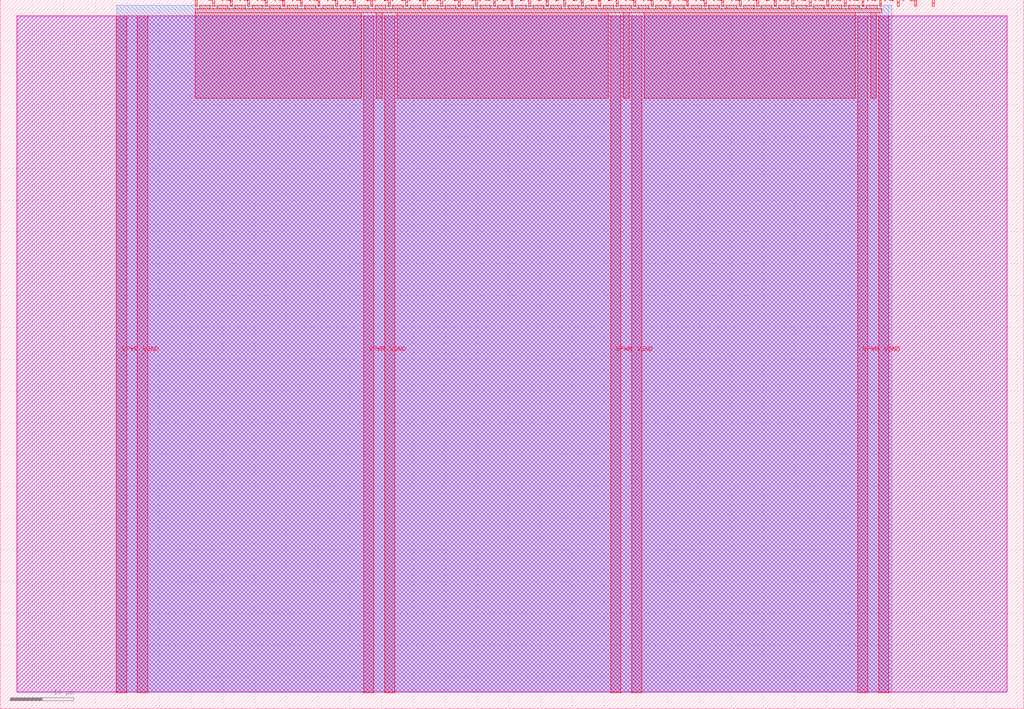
<source format=lef>
VERSION 5.7 ;
  NOWIREEXTENSIONATPIN ON ;
  DIVIDERCHAR "/" ;
  BUSBITCHARS "[]" ;
MACRO tt_um_wokwi_414120295047458817
  CLASS BLOCK ;
  FOREIGN tt_um_wokwi_414120295047458817 ;
  ORIGIN 0.000 0.000 ;
  SIZE 161.000 BY 111.520 ;
  PIN VGND
    DIRECTION INOUT ;
    USE GROUND ;
    PORT
      LAYER met4 ;
        RECT 21.580 2.480 23.180 109.040 ;
    END
    PORT
      LAYER met4 ;
        RECT 60.450 2.480 62.050 109.040 ;
    END
    PORT
      LAYER met4 ;
        RECT 99.320 2.480 100.920 109.040 ;
    END
    PORT
      LAYER met4 ;
        RECT 138.190 2.480 139.790 109.040 ;
    END
  END VGND
  PIN VPWR
    DIRECTION INOUT ;
    USE POWER ;
    PORT
      LAYER met4 ;
        RECT 18.280 2.480 19.880 109.040 ;
    END
    PORT
      LAYER met4 ;
        RECT 57.150 2.480 58.750 109.040 ;
    END
    PORT
      LAYER met4 ;
        RECT 96.020 2.480 97.620 109.040 ;
    END
    PORT
      LAYER met4 ;
        RECT 134.890 2.480 136.490 109.040 ;
    END
  END VPWR
  PIN clk
    DIRECTION INPUT ;
    USE SIGNAL ;
    PORT
      LAYER met4 ;
        RECT 143.830 110.520 144.130 111.520 ;
    END
  END clk
  PIN ena
    DIRECTION INPUT ;
    USE SIGNAL ;
    PORT
      LAYER met4 ;
        RECT 146.590 110.520 146.890 111.520 ;
    END
  END ena
  PIN rst_n
    DIRECTION INPUT ;
    USE SIGNAL ;
    PORT
      LAYER met4 ;
        RECT 141.070 110.520 141.370 111.520 ;
    END
  END rst_n
  PIN ui_in[0]
    DIRECTION INPUT ;
    USE SIGNAL ;
    ANTENNAGATEAREA 0.196500 ;
    PORT
      LAYER met4 ;
        RECT 138.310 110.520 138.610 111.520 ;
    END
  END ui_in[0]
  PIN ui_in[1]
    DIRECTION INPUT ;
    USE SIGNAL ;
    ANTENNAGATEAREA 0.196500 ;
    PORT
      LAYER met4 ;
        RECT 135.550 110.520 135.850 111.520 ;
    END
  END ui_in[1]
  PIN ui_in[2]
    DIRECTION INPUT ;
    USE SIGNAL ;
    ANTENNAGATEAREA 0.196500 ;
    PORT
      LAYER met4 ;
        RECT 132.790 110.520 133.090 111.520 ;
    END
  END ui_in[2]
  PIN ui_in[3]
    DIRECTION INPUT ;
    USE SIGNAL ;
    ANTENNAGATEAREA 0.196500 ;
    PORT
      LAYER met4 ;
        RECT 130.030 110.520 130.330 111.520 ;
    END
  END ui_in[3]
  PIN ui_in[4]
    DIRECTION INPUT ;
    USE SIGNAL ;
    ANTENNAGATEAREA 0.196500 ;
    PORT
      LAYER met4 ;
        RECT 127.270 110.520 127.570 111.520 ;
    END
  END ui_in[4]
  PIN ui_in[5]
    DIRECTION INPUT ;
    USE SIGNAL ;
    ANTENNAGATEAREA 0.196500 ;
    PORT
      LAYER met4 ;
        RECT 124.510 110.520 124.810 111.520 ;
    END
  END ui_in[5]
  PIN ui_in[6]
    DIRECTION INPUT ;
    USE SIGNAL ;
    PORT
      LAYER met4 ;
        RECT 121.750 110.520 122.050 111.520 ;
    END
  END ui_in[6]
  PIN ui_in[7]
    DIRECTION INPUT ;
    USE SIGNAL ;
    PORT
      LAYER met4 ;
        RECT 118.990 110.520 119.290 111.520 ;
    END
  END ui_in[7]
  PIN uio_in[0]
    DIRECTION INPUT ;
    USE SIGNAL ;
    PORT
      LAYER met4 ;
        RECT 116.230 110.520 116.530 111.520 ;
    END
  END uio_in[0]
  PIN uio_in[1]
    DIRECTION INPUT ;
    USE SIGNAL ;
    PORT
      LAYER met4 ;
        RECT 113.470 110.520 113.770 111.520 ;
    END
  END uio_in[1]
  PIN uio_in[2]
    DIRECTION INPUT ;
    USE SIGNAL ;
    PORT
      LAYER met4 ;
        RECT 110.710 110.520 111.010 111.520 ;
    END
  END uio_in[2]
  PIN uio_in[3]
    DIRECTION INPUT ;
    USE SIGNAL ;
    PORT
      LAYER met4 ;
        RECT 107.950 110.520 108.250 111.520 ;
    END
  END uio_in[3]
  PIN uio_in[4]
    DIRECTION INPUT ;
    USE SIGNAL ;
    PORT
      LAYER met4 ;
        RECT 105.190 110.520 105.490 111.520 ;
    END
  END uio_in[4]
  PIN uio_in[5]
    DIRECTION INPUT ;
    USE SIGNAL ;
    PORT
      LAYER met4 ;
        RECT 102.430 110.520 102.730 111.520 ;
    END
  END uio_in[5]
  PIN uio_in[6]
    DIRECTION INPUT ;
    USE SIGNAL ;
    PORT
      LAYER met4 ;
        RECT 99.670 110.520 99.970 111.520 ;
    END
  END uio_in[6]
  PIN uio_in[7]
    DIRECTION INPUT ;
    USE SIGNAL ;
    PORT
      LAYER met4 ;
        RECT 96.910 110.520 97.210 111.520 ;
    END
  END uio_in[7]
  PIN uio_oe[0]
    DIRECTION OUTPUT ;
    USE SIGNAL ;
    PORT
      LAYER met4 ;
        RECT 49.990 110.520 50.290 111.520 ;
    END
  END uio_oe[0]
  PIN uio_oe[1]
    DIRECTION OUTPUT ;
    USE SIGNAL ;
    PORT
      LAYER met4 ;
        RECT 47.230 110.520 47.530 111.520 ;
    END
  END uio_oe[1]
  PIN uio_oe[2]
    DIRECTION OUTPUT ;
    USE SIGNAL ;
    PORT
      LAYER met4 ;
        RECT 44.470 110.520 44.770 111.520 ;
    END
  END uio_oe[2]
  PIN uio_oe[3]
    DIRECTION OUTPUT ;
    USE SIGNAL ;
    PORT
      LAYER met4 ;
        RECT 41.710 110.520 42.010 111.520 ;
    END
  END uio_oe[3]
  PIN uio_oe[4]
    DIRECTION OUTPUT ;
    USE SIGNAL ;
    PORT
      LAYER met4 ;
        RECT 38.950 110.520 39.250 111.520 ;
    END
  END uio_oe[4]
  PIN uio_oe[5]
    DIRECTION OUTPUT ;
    USE SIGNAL ;
    PORT
      LAYER met4 ;
        RECT 36.190 110.520 36.490 111.520 ;
    END
  END uio_oe[5]
  PIN uio_oe[6]
    DIRECTION OUTPUT ;
    USE SIGNAL ;
    PORT
      LAYER met4 ;
        RECT 33.430 110.520 33.730 111.520 ;
    END
  END uio_oe[6]
  PIN uio_oe[7]
    DIRECTION OUTPUT ;
    USE SIGNAL ;
    PORT
      LAYER met4 ;
        RECT 30.670 110.520 30.970 111.520 ;
    END
  END uio_oe[7]
  PIN uio_out[0]
    DIRECTION OUTPUT ;
    USE SIGNAL ;
    PORT
      LAYER met4 ;
        RECT 72.070 110.520 72.370 111.520 ;
    END
  END uio_out[0]
  PIN uio_out[1]
    DIRECTION OUTPUT ;
    USE SIGNAL ;
    PORT
      LAYER met4 ;
        RECT 69.310 110.520 69.610 111.520 ;
    END
  END uio_out[1]
  PIN uio_out[2]
    DIRECTION OUTPUT ;
    USE SIGNAL ;
    PORT
      LAYER met4 ;
        RECT 66.550 110.520 66.850 111.520 ;
    END
  END uio_out[2]
  PIN uio_out[3]
    DIRECTION OUTPUT ;
    USE SIGNAL ;
    PORT
      LAYER met4 ;
        RECT 63.790 110.520 64.090 111.520 ;
    END
  END uio_out[3]
  PIN uio_out[4]
    DIRECTION OUTPUT ;
    USE SIGNAL ;
    PORT
      LAYER met4 ;
        RECT 61.030 110.520 61.330 111.520 ;
    END
  END uio_out[4]
  PIN uio_out[5]
    DIRECTION OUTPUT ;
    USE SIGNAL ;
    PORT
      LAYER met4 ;
        RECT 58.270 110.520 58.570 111.520 ;
    END
  END uio_out[5]
  PIN uio_out[6]
    DIRECTION OUTPUT ;
    USE SIGNAL ;
    PORT
      LAYER met4 ;
        RECT 55.510 110.520 55.810 111.520 ;
    END
  END uio_out[6]
  PIN uio_out[7]
    DIRECTION OUTPUT ;
    USE SIGNAL ;
    PORT
      LAYER met4 ;
        RECT 52.750 110.520 53.050 111.520 ;
    END
  END uio_out[7]
  PIN uo_out[0]
    DIRECTION OUTPUT ;
    USE SIGNAL ;
    ANTENNADIFFAREA 0.795200 ;
    PORT
      LAYER met4 ;
        RECT 94.150 110.520 94.450 111.520 ;
    END
  END uo_out[0]
  PIN uo_out[1]
    DIRECTION OUTPUT ;
    USE SIGNAL ;
    ANTENNADIFFAREA 0.445500 ;
    PORT
      LAYER met4 ;
        RECT 91.390 110.520 91.690 111.520 ;
    END
  END uo_out[1]
  PIN uo_out[2]
    DIRECTION OUTPUT ;
    USE SIGNAL ;
    ANTENNADIFFAREA 0.795200 ;
    PORT
      LAYER met4 ;
        RECT 88.630 110.520 88.930 111.520 ;
    END
  END uo_out[2]
  PIN uo_out[3]
    DIRECTION OUTPUT ;
    USE SIGNAL ;
    ANTENNADIFFAREA 0.795200 ;
    PORT
      LAYER met4 ;
        RECT 85.870 110.520 86.170 111.520 ;
    END
  END uo_out[3]
  PIN uo_out[4]
    DIRECTION OUTPUT ;
    USE SIGNAL ;
    ANTENNADIFFAREA 0.445500 ;
    PORT
      LAYER met4 ;
        RECT 83.110 110.520 83.410 111.520 ;
    END
  END uo_out[4]
  PIN uo_out[5]
    DIRECTION OUTPUT ;
    USE SIGNAL ;
    ANTENNADIFFAREA 0.445500 ;
    PORT
      LAYER met4 ;
        RECT 80.350 110.520 80.650 111.520 ;
    END
  END uo_out[5]
  PIN uo_out[6]
    DIRECTION OUTPUT ;
    USE SIGNAL ;
    PORT
      LAYER met4 ;
        RECT 77.590 110.520 77.890 111.520 ;
    END
  END uo_out[6]
  PIN uo_out[7]
    DIRECTION OUTPUT ;
    USE SIGNAL ;
    PORT
      LAYER met4 ;
        RECT 74.830 110.520 75.130 111.520 ;
    END
  END uo_out[7]
  OBS
      LAYER nwell ;
        RECT 2.570 2.635 158.430 108.990 ;
      LAYER li1 ;
        RECT 2.760 2.635 158.240 108.885 ;
      LAYER met1 ;
        RECT 2.760 2.480 158.240 109.040 ;
      LAYER met2 ;
        RECT 18.310 2.535 140.200 110.685 ;
      LAYER met3 ;
        RECT 18.290 2.555 139.780 110.665 ;
      LAYER met4 ;
        RECT 31.370 110.120 33.030 110.665 ;
        RECT 34.130 110.120 35.790 110.665 ;
        RECT 36.890 110.120 38.550 110.665 ;
        RECT 39.650 110.120 41.310 110.665 ;
        RECT 42.410 110.120 44.070 110.665 ;
        RECT 45.170 110.120 46.830 110.665 ;
        RECT 47.930 110.120 49.590 110.665 ;
        RECT 50.690 110.120 52.350 110.665 ;
        RECT 53.450 110.120 55.110 110.665 ;
        RECT 56.210 110.120 57.870 110.665 ;
        RECT 58.970 110.120 60.630 110.665 ;
        RECT 61.730 110.120 63.390 110.665 ;
        RECT 64.490 110.120 66.150 110.665 ;
        RECT 67.250 110.120 68.910 110.665 ;
        RECT 70.010 110.120 71.670 110.665 ;
        RECT 72.770 110.120 74.430 110.665 ;
        RECT 75.530 110.120 77.190 110.665 ;
        RECT 78.290 110.120 79.950 110.665 ;
        RECT 81.050 110.120 82.710 110.665 ;
        RECT 83.810 110.120 85.470 110.665 ;
        RECT 86.570 110.120 88.230 110.665 ;
        RECT 89.330 110.120 90.990 110.665 ;
        RECT 92.090 110.120 93.750 110.665 ;
        RECT 94.850 110.120 96.510 110.665 ;
        RECT 97.610 110.120 99.270 110.665 ;
        RECT 100.370 110.120 102.030 110.665 ;
        RECT 103.130 110.120 104.790 110.665 ;
        RECT 105.890 110.120 107.550 110.665 ;
        RECT 108.650 110.120 110.310 110.665 ;
        RECT 111.410 110.120 113.070 110.665 ;
        RECT 114.170 110.120 115.830 110.665 ;
        RECT 116.930 110.120 118.590 110.665 ;
        RECT 119.690 110.120 121.350 110.665 ;
        RECT 122.450 110.120 124.110 110.665 ;
        RECT 125.210 110.120 126.870 110.665 ;
        RECT 127.970 110.120 129.630 110.665 ;
        RECT 130.730 110.120 132.390 110.665 ;
        RECT 133.490 110.120 135.150 110.665 ;
        RECT 136.250 110.120 137.910 110.665 ;
        RECT 30.655 109.440 138.625 110.120 ;
        RECT 30.655 96.055 56.750 109.440 ;
        RECT 59.150 96.055 60.050 109.440 ;
        RECT 62.450 96.055 95.620 109.440 ;
        RECT 98.020 96.055 98.920 109.440 ;
        RECT 101.320 96.055 134.490 109.440 ;
        RECT 136.890 96.055 137.790 109.440 ;
  END
END tt_um_wokwi_414120295047458817
END LIBRARY


</source>
